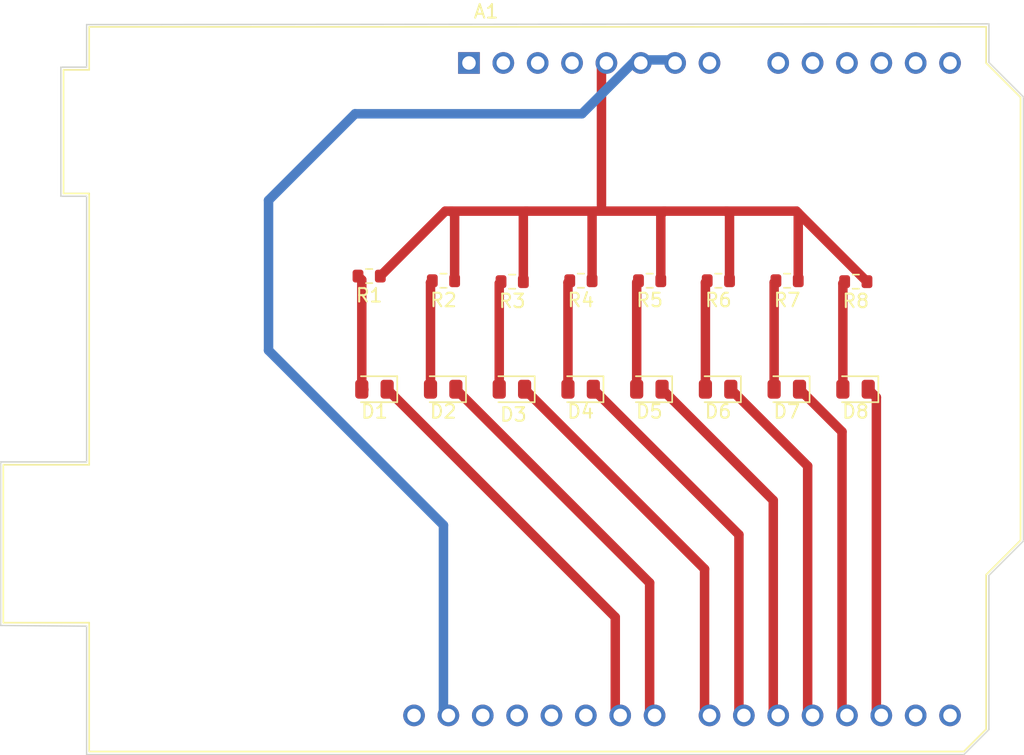
<source format=kicad_pcb>
(kicad_pcb (version 20221018) (generator pcbnew)
  (layers (0 "F.Cu" signal) (31 "B.Cu" signal) (34 "B.Paste" user) (35 "F.Paste" user) (36 "B.SilkS" user "B.Silkscreen") (37 "F.SilkS" user "F.Silkscreen") (38 "B.Mask" user) (39 "F.Mask" user) (44 "Edge.Cuts" user))
  (net 0 "")
  (net 5 "Net-(A1-+5V)")
  (net 6 "GND")
  (net 16 "Net-(A1-D2)")
  (net 17 "Net-(A1-D3)")
  (net 18 "Net-(A1-D4)")
  (net 19 "Net-(A1-D5)")
  (net 20 "Net-(A1-D6)")
  (net 21 "Net-(A1-D7)")
  (net 22 "Net-(A1-D8)")
  (net 23 "Net-(A1-D9)")
  (net 29 "Net-(D1-A)")
  (net 30 "Net-(D2-A)")
  (net 31 "Net-(D3-A)")
  (net 32 "Net-(D4-A)")
  (net 33 "Net-(D5-A)")
  (net 34 "Net-(D6-A)")
  (net 35 "Net-(D7-A)")
  (net 36 "Net-(D8-A)")
  (footprint "LED_SMD:LED_0805_2012Metric" (layer "F.Cu") (at 165.1 98.1225 180)
    (fp_text reference "D5" (at 0 -1.65) (layer "F.SilkS"))
    (fp_text value "LED")
    (fp_line (start -1.685 -0.96) (end -1.685 0.96) (stroke (width 0.12)) (layer "F.SilkS"))
    (fp_line (start -1.685 0.96) (end 1 0.96) (stroke (width 0.12)) (layer "F.SilkS"))
    (fp_line (start 1 -0.96) (end -1.685 -0.96) (stroke (width 0.12)) (layer "F.SilkS"))
    (pad "1" smd roundrect (at -0.9375 0 180) (size 0.975 1.4) (layers "F.Cu" "F.Paste" "F.Mask") (net 19 "Net-(A1-D5)"))
    (pad "2" smd roundrect (at 0.9375 0 180) (size 0.975 1.4) (layers "F.Cu" "F.Paste" "F.Mask") (net 33 "Net-(D5-A)"))
  )
  (footprint "Resistor_SMD:R_0603_1608Metric" (layer "F.Cu") (at 170.2 90.1 180)
    (fp_text reference "R6" (at 0 -1.43) (layer "F.SilkS"))
    (fp_text value "247R")
    (fp_line (start -0.237258 -0.5225) (end 0.237258 -0.5225) (stroke (width 0.12)) (layer "F.SilkS"))
    (fp_line (start -0.237258 0.5225) (end 0.237258 0.5225) (stroke (width 0.12)) (layer "F.SilkS"))
    (pad "1" smd roundrect (at -0.825 0 180) (size 0.8 0.95) (layers "F.Cu" "F.Paste" "F.Mask") (net 5 "Net-(A1-+5V)"))
    (pad "2" smd roundrect (at 0.825 0 180) (size 0.8 0.95) (layers "F.Cu" "F.Paste" "F.Mask") (net 34 "Net-(D6-A)"))
  )
  (footprint "LED_SMD:LED_0805_2012Metric" (layer "F.Cu") (at 144.78 98.1225 180)
    (fp_text reference "D1" (at 0 -1.65) (layer "F.SilkS"))
    (fp_text value "LED")
    (fp_line (start -1.685 -0.96) (end -1.685 0.96) (stroke (width 0.12)) (layer "F.SilkS"))
    (fp_line (start -1.685 0.96) (end 1 0.96) (stroke (width 0.12)) (layer "F.SilkS"))
    (fp_line (start 1 -0.96) (end -1.685 -0.96) (stroke (width 0.12)) (layer "F.SilkS"))
    (pad "1" smd roundrect (at -0.9375 0 180) (size 0.975 1.4) (layers "F.Cu" "F.Paste" "F.Mask") (net 23 "Net-(A1-D9)"))
    (pad "2" smd roundrect (at 0.9375 0 180) (size 0.975 1.4) (layers "F.Cu" "F.Paste" "F.Mask") (net 29 "Net-(D1-A)"))
  )
  (footprint "Resistor_SMD:R_0603_1608Metric" (layer "F.Cu") (at 175.28 90.1 180)
    (fp_text reference "R7" (at 0 -1.43) (layer "F.SilkS"))
    (fp_text value "247R")
    (fp_line (start -0.237258 -0.5225) (end 0.237258 -0.5225) (stroke (width 0.12)) (layer "F.SilkS"))
    (fp_line (start -0.237258 0.5225) (end 0.237258 0.5225) (stroke (width 0.12)) (layer "F.SilkS"))
    (pad "1" smd roundrect (at -0.825 0 180) (size 0.8 0.95) (layers "F.Cu" "F.Paste" "F.Mask") (net 5 "Net-(A1-+5V)"))
    (pad "2" smd roundrect (at 0.825 0 180) (size 0.8 0.95) (layers "F.Cu" "F.Paste" "F.Mask") (net 35 "Net-(D7-A)"))
  )
  (footprint "LED_SMD:LED_0805_2012Metric" (layer "F.Cu") (at 154.94 98.1225 180)
    (fp_text reference "D3" (at -0.11 -1.8775) (layer "F.SilkS"))
    (fp_text value "LED")
    (fp_line (start -1.685 -0.96) (end -1.685 0.96) (stroke (width 0.12)) (layer "F.SilkS"))
    (fp_line (start -1.685 0.96) (end 1 0.96) (stroke (width 0.12)) (layer "F.SilkS"))
    (fp_line (start 1 -0.96) (end -1.685 -0.96) (stroke (width 0.12)) (layer "F.SilkS"))
    (pad "1" smd roundrect (at -0.9375 0 180) (size 0.975 1.4) (layers "F.Cu" "F.Paste" "F.Mask") (net 21 "Net-(A1-D7)"))
    (pad "2" smd roundrect (at 0.9375 0 180) (size 0.975 1.4) (layers "F.Cu" "F.Paste" "F.Mask") (net 31 "Net-(D3-A)"))
  )
  (footprint "Resistor_SMD:R_0603_1608Metric" (layer "F.Cu") (at 149.88 90.1 180)
    (fp_text reference "R2" (at 0 -1.43) (layer "F.SilkS"))
    (fp_text value "247R")
    (fp_line (start -0.237258 -0.5225) (end 0.237258 -0.5225) (stroke (width 0.12)) (layer "F.SilkS"))
    (fp_line (start -0.237258 0.5225) (end 0.237258 0.5225) (stroke (width 0.12)) (layer "F.SilkS"))
    (pad "1" smd roundrect (at -0.825 0 180) (size 0.8 0.95) (layers "F.Cu" "F.Paste" "F.Mask") (net 5 "Net-(A1-+5V)"))
    (pad "2" smd roundrect (at 0.825 0 180) (size 0.8 0.95) (layers "F.Cu" "F.Paste" "F.Mask") (net 30 "Net-(D2-A)"))
  )
  (footprint "Resistor_SMD:R_0603_1608Metric" (layer "F.Cu") (at 180.36 90.1675 180)
    (fp_text reference "R8" (at 0 -1.43) (layer "F.SilkS"))
    (fp_text value "247R")
    (fp_line (start -0.237258 -0.5225) (end 0.237258 -0.5225) (stroke (width 0.12)) (layer "F.SilkS"))
    (fp_line (start -0.237258 0.5225) (end 0.237258 0.5225) (stroke (width 0.12)) (layer "F.SilkS"))
    (pad "1" smd roundrect (at -0.825 0 180) (size 0.8 0.95) (layers "F.Cu" "F.Paste" "F.Mask") (net 5 "Net-(A1-+5V)"))
    (pad "2" smd roundrect (at 0.825 0 180) (size 0.8 0.95) (layers "F.Cu" "F.Paste" "F.Mask") (net 36 "Net-(D8-A)"))
  )
  (footprint "Resistor_SMD:R_0603_1608Metric" (layer "F.Cu") (at 165.12 90.1 180)
    (fp_text reference "R5" (at 0 -1.43) (layer "F.SilkS"))
    (fp_text value "247R")
    (fp_line (start -0.237258 -0.5225) (end 0.237258 -0.5225) (stroke (width 0.12)) (layer "F.SilkS"))
    (fp_line (start -0.237258 0.5225) (end 0.237258 0.5225) (stroke (width 0.12)) (layer "F.SilkS"))
    (pad "1" smd roundrect (at -0.825 0 180) (size 0.8 0.95) (layers "F.Cu" "F.Paste" "F.Mask") (net 5 "Net-(A1-+5V)"))
    (pad "2" smd roundrect (at 0.825 0 180) (size 0.8 0.95) (layers "F.Cu" "F.Paste" "F.Mask") (net 33 "Net-(D5-A)"))
  )
  (footprint "LED_SMD:LED_0805_2012Metric" (layer "F.Cu") (at 170.18 98.1225 180)
    (fp_text reference "D6" (at 0 -1.65) (layer "F.SilkS"))
    (fp_text value "LED")
    (fp_line (start -1.685 -0.96) (end -1.685 0.96) (stroke (width 0.12)) (layer "F.SilkS"))
    (fp_line (start -1.685 0.96) (end 1 0.96) (stroke (width 0.12)) (layer "F.SilkS"))
    (fp_line (start 1 -0.96) (end -1.685 -0.96) (stroke (width 0.12)) (layer "F.SilkS"))
    (pad "1" smd roundrect (at -0.9375 0 180) (size 0.975 1.4) (layers "F.Cu" "F.Paste" "F.Mask") (net 18 "Net-(A1-D4)"))
    (pad "2" smd roundrect (at 0.9375 0 180) (size 0.975 1.4) (layers "F.Cu" "F.Paste" "F.Mask") (net 34 "Net-(D6-A)"))
  )
  (footprint "Resistor_SMD:R_0603_1608Metric" (layer "F.Cu") (at 160.04 90.1 180)
    (fp_text reference "R4" (at 0 -1.43) (layer "F.SilkS"))
    (fp_text value "247R")
    (fp_line (start -0.237258 -0.5225) (end 0.237258 -0.5225) (stroke (width 0.12)) (layer "F.SilkS"))
    (fp_line (start -0.237258 0.5225) (end 0.237258 0.5225) (stroke (width 0.12)) (layer "F.SilkS"))
    (pad "1" smd roundrect (at -0.825 0 180) (size 0.8 0.95) (layers "F.Cu" "F.Paste" "F.Mask") (net 5 "Net-(A1-+5V)"))
    (pad "2" smd roundrect (at 0.825 0 180) (size 0.8 0.95) (layers "F.Cu" "F.Paste" "F.Mask") (net 32 "Net-(D4-A)"))
  )
  (footprint "LED_SMD:LED_0805_2012Metric" (layer "F.Cu") (at 175.26 98.1225 180)
    (fp_text reference "D7" (at 0 -1.65) (layer "F.SilkS"))
    (fp_text value "LED")
    (fp_line (start -1.685 -0.96) (end -1.685 0.96) (stroke (width 0.12)) (layer "F.SilkS"))
    (fp_line (start -1.685 0.96) (end 1 0.96) (stroke (width 0.12)) (layer "F.SilkS"))
    (fp_line (start 1 -0.96) (end -1.685 -0.96) (stroke (width 0.12)) (layer "F.SilkS"))
    (pad "1" smd roundrect (at -0.9375 0 180) (size 0.975 1.4) (layers "F.Cu" "F.Paste" "F.Mask") (net 17 "Net-(A1-D3)"))
    (pad "2" smd roundrect (at 0.9375 0 180) (size 0.975 1.4) (layers "F.Cu" "F.Paste" "F.Mask") (net 35 "Net-(D7-A)"))
  )
  (footprint "LED_SMD:LED_0805_2012Metric" (layer "F.Cu") (at 160.02 98.1225 180)
    (fp_text reference "D4" (at 0 -1.65) (layer "F.SilkS"))
    (fp_text value "LED")
    (fp_line (start -1.685 -0.96) (end -1.685 0.96) (stroke (width 0.12)) (layer "F.SilkS"))
    (fp_line (start -1.685 0.96) (end 1 0.96) (stroke (width 0.12)) (layer "F.SilkS"))
    (fp_line (start 1 -0.96) (end -1.685 -0.96) (stroke (width 0.12)) (layer "F.SilkS"))
    (pad "1" smd roundrect (at -0.9375 0 180) (size 0.975 1.4) (layers "F.Cu" "F.Paste" "F.Mask") (net 20 "Net-(A1-D6)"))
    (pad "2" smd roundrect (at 0.9375 0 180) (size 0.975 1.4) (layers "F.Cu" "F.Paste" "F.Mask") (net 32 "Net-(D4-A)"))
  )
  (footprint "Resistor_SMD:R_0603_1608Metric" (layer "F.Cu") (at 144.3875 89.755 180)
    (fp_text reference "R1" (at 0 -1.43) (layer "F.SilkS"))
    (fp_text value "247R")
    (fp_line (start -0.237258 -0.5225) (end 0.237258 -0.5225) (stroke (width 0.12)) (layer "F.SilkS"))
    (fp_line (start -0.237258 0.5225) (end 0.237258 0.5225) (stroke (width 0.12)) (layer "F.SilkS"))
    (pad "1" smd roundrect (at -0.825 0 180) (size 0.8 0.95) (layers "F.Cu" "F.Paste" "F.Mask") (net 5 "Net-(A1-+5V)"))
    (pad "2" smd roundrect (at 0.825 0 180) (size 0.8 0.95) (layers "F.Cu" "F.Paste" "F.Mask") (net 29 "Net-(D1-A)"))
  )
  (footprint "LED_SMD:LED_0805_2012Metric" (layer "F.Cu") (at 149.86 98.1225 180)
    (fp_text reference "D2" (at 0 -1.65) (layer "F.SilkS"))
    (fp_text value "LED")
    (fp_line (start -1.685 -0.96) (end -1.685 0.96) (stroke (width 0.12)) (layer "F.SilkS"))
    (fp_line (start -1.685 0.96) (end 1 0.96) (stroke (width 0.12)) (layer "F.SilkS"))
    (fp_line (start 1 -0.96) (end -1.685 -0.96) (stroke (width 0.12)) (layer "F.SilkS"))
    (pad "1" smd roundrect (at -0.9375 0 180) (size 0.975 1.4) (layers "F.Cu" "F.Paste" "F.Mask") (net 22 "Net-(A1-D8)"))
    (pad "2" smd roundrect (at 0.9375 0 180) (size 0.975 1.4) (layers "F.Cu" "F.Paste" "F.Mask") (net 30 "Net-(D2-A)"))
  )
  (footprint "Resistor_SMD:R_0603_1608Metric" (layer "F.Cu") (at 154.96 90.1675 180)
    (fp_text reference "R3" (at 0 -1.43) (layer "F.SilkS"))
    (fp_text value "247R")
    (fp_line (start -0.237258 -0.5225) (end 0.237258 -0.5225) (stroke (width 0.12)) (layer "F.SilkS"))
    (fp_line (start -0.237258 0.5225) (end 0.237258 0.5225) (stroke (width 0.12)) (layer "F.SilkS"))
    (pad "1" smd roundrect (at -0.825 0 180) (size 0.8 0.95) (layers "F.Cu" "F.Paste" "F.Mask") (net 5 "Net-(A1-+5V)"))
    (pad "2" smd roundrect (at 0.825 0 180) (size 0.8 0.95) (layers "F.Cu" "F.Paste" "F.Mask") (net 31 "Net-(D3-A)"))
  )
  (footprint "Module:Arduino_UNO_R2" (layer "F.Cu") (at 151.765 73.9925)
    (fp_text reference "A1" (at 1.27 -3.81 180) (layer "F.SilkS"))
    (fp_text value "Arduino_UNO_R2" hide)
    (fp_line (start -34.42 29.72) (end -34.42 41.4) (stroke (width 0.12)) (layer "F.SilkS"))
    (fp_line (start -34.42 41.4) (end -28.07 41.4) (stroke (width 0.12)) (layer "F.SilkS"))
    (fp_line (start -29.97 0.51) (end -29.97 9.65) (stroke (width 0.12)) (layer "F.SilkS"))
    (fp_line (start -29.97 9.65) (end -28.07 9.65) (stroke (width 0.12)) (layer "F.SilkS"))
    (fp_line (start -28.07 -2.67) (end -28.07 0.51) (stroke (width 0.12)) (layer "F.SilkS"))
    (fp_line (start -28.07 0.51) (end -29.97 0.51) (stroke (width 0.12)) (layer "F.SilkS"))
    (fp_line (start -28.07 9.65) (end -28.07 29.72) (stroke (width 0.12)) (layer "F.SilkS"))
    (fp_line (start -28.07 29.72) (end -34.42 29.72) (stroke (width 0.12)) (layer "F.SilkS"))
    (fp_line (start -28.07 41.4) (end -28.07 50.93) (stroke (width 0.12)) (layer "F.SilkS"))
    (fp_line (start -28.07 50.93) (end 36.58 50.93) (stroke (width 0.12)) (layer "F.SilkS"))
    (fp_line (start 36.58 50.93) (end 38.23 49.28) (stroke (width 0.12)) (layer "F.SilkS"))
    (fp_line (start 38.23 -2.67) (end -28.07 -2.67) (stroke (width 0.12)) (layer "F.SilkS"))
    (fp_line (start 38.23 0) (end 38.23 -2.67) (stroke (width 0.12)) (layer "F.SilkS"))
    (fp_line (start 38.23 37.85) (end 40.77 35.31) (stroke (width 0.12)) (layer "F.SilkS"))
    (fp_line (start 38.23 49.28) (end 38.23 37.85) (stroke (width 0.12)) (layer "F.SilkS"))
    (fp_line (start 40.77 2.54) (end 38.23 0) (stroke (width 0.12)) (layer "F.SilkS"))
    (fp_line (start 40.77 35.31) (end 40.77 2.54) (stroke (width 0.12)) (layer "F.SilkS"))
    (pad "1" thru_hole rect (at 0 0 90) (size 1.6 1.6) (drill 1) (layers "*.Cu" "*.Mask"))
    (pad "2" thru_hole oval (at 2.54 0 90) (size 1.6 1.6) (drill 1) (layers "*.Cu" "*.Mask"))
    (pad "3" thru_hole oval (at 5.08 0 90) (size 1.6 1.6) (drill 1) (layers "*.Cu" "*.Mask"))
    (pad "4" thru_hole oval (at 7.62 0 90) (size 1.6 1.6) (drill 1) (layers "*.Cu" "*.Mask"))
    (pad "5" thru_hole oval (at 10.16 0 90) (size 1.6 1.6) (drill 1) (layers "*.Cu" "*.Mask") (net 5 "Net-(A1-+5V)"))
    (pad "6" thru_hole oval (at 12.7 0 90) (size 1.6 1.6) (drill 1) (layers "*.Cu" "*.Mask") (net 6 "GND"))
    (pad "7" thru_hole oval (at 15.24 0 90) (size 1.6 1.6) (drill 1) (layers "*.Cu" "*.Mask") (net 6 "GND"))
    (pad "8" thru_hole oval (at 17.78 0 90) (size 1.6 1.6) (drill 1) (layers "*.Cu" "*.Mask"))
    (pad "9" thru_hole oval (at 22.86 0 90) (size 1.6 1.6) (drill 1) (layers "*.Cu" "*.Mask"))
    (pad "10" thru_hole oval (at 25.4 0 90) (size 1.6 1.6) (drill 1) (layers "*.Cu" "*.Mask"))
    (pad "11" thru_hole oval (at 27.94 0 90) (size 1.6 1.6) (drill 1) (layers "*.Cu" "*.Mask"))
    (pad "12" thru_hole oval (at 30.48 0 90) (size 1.6 1.6) (drill 1) (layers "*.Cu" "*.Mask"))
    (pad "13" thru_hole oval (at 33.02 0 90) (size 1.6 1.6) (drill 1) (layers "*.Cu" "*.Mask"))
    (pad "14" thru_hole oval (at 35.56 0 90) (size 1.6 1.6) (drill 1) (layers "*.Cu" "*.Mask"))
    (pad "15" thru_hole oval (at 35.56 48.26 90) (size 1.6 1.6) (drill 1) (layers "*.Cu" "*.Mask"))
    (pad "16" thru_hole oval (at 33.02 48.26 90) (size 1.6 1.6) (drill 1) (layers "*.Cu" "*.Mask"))
    (pad "17" thru_hole oval (at 30.48 48.26 90) (size 1.6 1.6) (drill 1) (layers "*.Cu" "*.Mask") (net 16 "Net-(A1-D2)"))
    (pad "18" thru_hole oval (at 27.94 48.26 90) (size 1.6 1.6) (drill 1) (layers "*.Cu" "*.Mask") (net 17 "Net-(A1-D3)"))
    (pad "19" thru_hole oval (at 25.4 48.26 90) (size 1.6 1.6) (drill 1) (layers "*.Cu" "*.Mask") (net 18 "Net-(A1-D4)"))
    (pad "20" thru_hole oval (at 22.86 48.26 90) (size 1.6 1.6) (drill 1) (layers "*.Cu" "*.Mask") (net 19 "Net-(A1-D5)"))
    (pad "21" thru_hole oval (at 20.32 48.26 90) (size 1.6 1.6) (drill 1) (layers "*.Cu" "*.Mask") (net 20 "Net-(A1-D6)"))
    (pad "22" thru_hole oval (at 17.78 48.26 90) (size 1.6 1.6) (drill 1) (layers "*.Cu" "*.Mask") (net 21 "Net-(A1-D7)"))
    (pad "23" thru_hole oval (at 13.72 48.26 90) (size 1.6 1.6) (drill 1) (layers "*.Cu" "*.Mask") (net 22 "Net-(A1-D8)"))
    (pad "24" thru_hole oval (at 11.18 48.26 90) (size 1.6 1.6) (drill 1) (layers "*.Cu" "*.Mask") (net 23 "Net-(A1-D9)"))
    (pad "25" thru_hole oval (at 8.64 48.26 90) (size 1.6 1.6) (drill 1) (layers "*.Cu" "*.Mask"))
    (pad "26" thru_hole oval (at 6.1 48.26 90) (size 1.6 1.6) (drill 1) (layers "*.Cu" "*.Mask"))
    (pad "27" thru_hole oval (at 3.56 48.26 90) (size 1.6 1.6) (drill 1) (layers "*.Cu" "*.Mask"))
    (pad "28" thru_hole oval (at 1.02 48.26 90) (size 1.6 1.6) (drill 1) (layers "*.Cu" "*.Mask"))
    (pad "29" thru_hole oval (at -1.52 48.26 90) (size 1.6 1.6) (drill 1) (layers "*.Cu" "*.Mask") (net 6 "GND"))
    (pad "30" thru_hole oval (at -4.06 48.26 90) (size 1.6 1.6) (drill 1) (layers "*.Cu" "*.Mask"))
  )
  (footprint "LED_SMD:LED_0805_2012Metric" (layer "F.Cu") (at 180.34 98.1225 180)
    (fp_text reference "D8" (at 0 -1.65) (layer "F.SilkS"))
    (fp_text value "LED")
    (fp_line (start -1.685 -0.96) (end -1.685 0.96) (stroke (width 0.12)) (layer "F.SilkS"))
    (fp_line (start -1.685 0.96) (end 1 0.96) (stroke (width 0.12)) (layer "F.SilkS"))
    (fp_line (start 1 -0.96) (end -1.685 -0.96) (stroke (width 0.12)) (layer "F.SilkS"))
    (pad "1" smd roundrect (at -0.9375 0 180) (size 0.975 1.4) (layers "F.Cu" "F.Paste" "F.Mask") (net 16 "Net-(A1-D2)"))
    (pad "2" smd roundrect (at 0.9375 0 180) (size 0.975 1.4) (layers "F.Cu" "F.Paste" "F.Mask") (net 36 "Net-(D8-A)"))
  )
  (gr_line (start 117.15 103.55) (end 117.15 103.5) (stroke (width 0.1)) (layer "Edge.Cuts"))
  (gr_line (start 190.2 71.1) (end 190.2 71.25) (stroke (width 0.1)) (layer "Edge.Cuts"))
  (gr_line (start 123.5 125.15) (end 123.5 115.65) (stroke (width 0.1)) (layer "Edge.Cuts"))
  (gr_line (start 190.2 71.25) (end 190.2 73.95) (stroke (width 0.1)) (layer "Edge.Cuts"))
  (gr_line (start 121.6 83.85) (end 121.6 74.3) (stroke (width 0.1)) (layer "Edge.Cuts"))
  (gr_line (start 190.2 123.25) (end 190.2 123.3) (stroke (width 0.1)) (layer "Edge.Cuts"))
  (gr_line (start 192.75 109.35) (end 190.2 111.9) (stroke (width 0.1)) (layer "Edge.Cuts"))
  (gr_line (start 123.5 71.15) (end 190.2 71.1) (stroke (width 0.1)) (layer "Edge.Cuts"))
  (gr_line (start 121.6 74.3) (end 123.5 74.3) (stroke (width 0.1)) (layer "Edge.Cuts"))
  (gr_line (start 192.75 76.5) (end 192.75 109.35) (stroke (width 0.1)) (layer "Edge.Cuts"))
  (gr_line (start 190.2 73.95) (end 192.75 76.5) (stroke (width 0.1)) (layer "Edge.Cuts"))
  (gr_line (start 123.5 103.5) (end 123.5 83.85) (stroke (width 0.1)) (layer "Edge.Cuts"))
  (gr_line (start 117.15 103.5) (end 123.5 103.5) (stroke (width 0.1)) (layer "Edge.Cuts"))
  (gr_line (start 190.2 111.9) (end 190.2 123.25) (stroke (width 0.1)) (layer "Edge.Cuts"))
  (gr_line (start 123.5 115.65) (end 117.15 115.6) (stroke (width 0.1)) (layer "Edge.Cuts"))
  (gr_line (start 123.5 74.3) (end 123.5 71.15) (stroke (width 0.1)) (layer "Edge.Cuts"))
  (gr_line (start 117.15 115.6) (end 117.15 103.55) (stroke (width 0.1)) (layer "Edge.Cuts"))
  (gr_line (start 123.5 83.85) (end 121.6 83.85) (stroke (width 0.1)) (layer "Edge.Cuts"))
  (gr_line (start 190.2 123.3) (end 188.35 125.15) (stroke (width 0.1)) (layer "Edge.Cuts"))
  (gr_line (start 188.35 125.15) (end 123.5 125.15) (stroke (width 0.1)) (layer "Edge.Cuts"))
  (segment (start 165.945 90.1) (end 165.945 85.205) (width 0.7) (layer "F.Cu") (net 5))
  (segment (start 160.865 85.135) (end 161.05 84.95) (width 0.7) (layer "F.Cu") (net 5))
  (segment (start 176.105 90.1) (end 176.105 85.0875) (width 0.7) (layer "F.Cu") (net 5))
  (segment (start 161.55 84.95) (end 166.2 84.95) (width 0.7) (layer "F.Cu") (net 5))
  (segment (start 166.2 84.95) (end 170.8 84.95) (width 0.7) (layer "F.Cu") (net 5))
  (segment (start 161.56 73.7675) (end 161.56 84.94) (width 0.7) (layer "F.Cu") (net 5))
  (segment (start 176.105 85.0875) (end 175.9675 84.95) (width 0.7) (layer "F.Cu") (net 5))
  (segment (start 150.45 84.95) (end 156 84.95) (width 0.7) (layer "F.Cu") (net 5))
  (segment (start 155.785 85.165) (end 156 84.95) (width 0.7) (layer "F.Cu") (net 5))
  (segment (start 150.705 90.1) (end 150.705 85.205) (width 0.7) (layer "F.Cu") (net 5))
  (segment (start 156 84.95) (end 161.05 84.95) (width 0.7) (layer "F.Cu") (net 5))
  (segment (start 145.2125 89.755) (end 150.0175 84.95) (width 0.7) (layer "F.Cu") (net 5))
  (segment (start 150.705 85.205) (end 150.45 84.95) (width 0.7) (layer "F.Cu") (net 5))
  (segment (start 165.945 85.205) (end 166.2 84.95) (width 0.7) (layer "F.Cu") (net 5))
  (segment (start 171.025 90.1) (end 171.025 85.175) (width 0.7) (layer "F.Cu") (net 5))
  (segment (start 150.0175 84.95) (end 150.45 84.95) (width 0.7) (layer "F.Cu") (net 5))
  (segment (start 160.865 90.1) (end 160.865 85.135) (width 0.7) (layer "F.Cu") (net 5))
  (segment (start 175.9675 84.95) (end 181.185 90.1675) (width 0.7) (layer "F.Cu") (net 5))
  (segment (start 161.56 84.94) (end 161.55 84.95) (width 0.7) (layer "F.Cu") (net 5))
  (segment (start 171.025 85.175) (end 170.8 84.95) (width 0.7) (layer "F.Cu") (net 5))
  (segment (start 170.8 84.95) (end 175.9675 84.95) (width 0.7) (layer "F.Cu") (net 5))
  (segment (start 155.785 90.1675) (end 155.785 85.165) (width 0.7) (layer "F.Cu") (net 5))
  (segment (start 161.05 84.95) (end 161.55 84.95) (width 0.7) (layer "F.Cu") (net 5))
  (segment (start 136.95 95.25) (end 136.95 84.15) (width 0.7) (layer "B.Cu") (net 6))
  (segment (start 164.1 73.7675) (end 166.64 73.7675) (width 0.7) (layer "B.Cu") (net 6))
  (segment (start 160.1175 77.75) (end 164.1 73.7675) (width 0.7) (layer "B.Cu") (net 6))
  (segment (start 149.88 108.18) (end 136.95 95.25) (width 0.7) (layer "B.Cu") (net 6))
  (segment (start 149.88 122.0275) (end 149.88 108.18) (width 0.7) (layer "B.Cu") (net 6))
  (segment (start 143.35 77.75) (end 160.1175 77.75) (width 0.7) (layer "B.Cu") (net 6))
  (segment (start 136.95 84.15) (end 143.35 77.75) (width 0.7) (layer "B.Cu") (net 6))
  (segment (start 181.88 98.725) (end 181.2775 98.1225) (width 0.7) (layer "F.Cu") (net 16))
  (segment (start 181.88 122.0275) (end 181.88 98.725) (width 0.7) (layer "F.Cu") (net 16))
  (segment (start 179.34 101.265) (end 176.1975 98.1225) (width 0.7) (layer "F.Cu") (net 17))
  (segment (start 179.34 122.0275) (end 179.34 101.265) (width 0.7) (layer "F.Cu") (net 17))
  (segment (start 176.8 122.0275) (end 176.8 103.805) (width 0.7) (layer "F.Cu") (net 18))
  (segment (start 176.8 103.805) (end 171.1175 98.1225) (width 0.7) (layer "F.Cu") (net 18))
  (segment (start 174.26 106.345) (end 166.0375 98.1225) (width 0.7) (layer "F.Cu") (net 19))
  (segment (start 174.26 122.0275) (end 174.26 106.345) (width 0.7) (layer "F.Cu") (net 19))
  (segment (start 171.72 122.0275) (end 171.72 108.885) (width 0.7) (layer "F.Cu") (net 20))
  (segment (start 171.72 108.885) (end 160.9575 98.1225) (width 0.7) (layer "F.Cu") (net 20))
  (segment (start 169.18 122.0275) (end 169.18 111.425) (width 0.7) (layer "F.Cu") (net 21))
  (segment (start 169.18 111.425) (end 155.8775 98.1225) (width 0.7) (layer "F.Cu") (net 21))
  (segment (start 165.12 122.0275) (end 165.12 112.445) (width 0.7) (layer "F.Cu") (net 22))
  (segment (start 165.12 112.445) (end 150.7975 98.1225) (width 0.7) (layer "F.Cu") (net 22))
  (segment (start 162.58 122.0275) (end 162.58 114.985) (width 0.7) (layer "F.Cu") (net 23))
  (segment (start 162.58 114.985) (end 145.7175 98.1225) (width 0.7) (layer "F.Cu") (net 23))
  (segment (start 143.8425 98.1225) (end 143.8425 90.035) (width 0.7) (layer "F.Cu") (net 29))
  (segment (start 143.8425 90.035) (end 143.5625 89.755) (width 0.7) (layer "F.Cu") (net 29))
  (segment (start 143.8425 98.1225) (end 143.9725 98.1225) (width 0.7) (layer "F.Cu") (net 29))
  (segment (start 143.9725 98.1225) (end 144 98.15) (width 0.7) (layer "F.Cu") (net 29))
  (segment (start 148.9225 98.1225) (end 148.9225 90.2325) (width 0.7) (layer "F.Cu") (net 30))
  (segment (start 148.9225 90.2325) (end 149.055 90.1) (width 0.7) (layer "F.Cu") (net 30))
  (segment (start 154.0025 90.3) (end 154.135 90.1675) (width 0.7) (layer "F.Cu") (net 31))
  (segment (start 154.0025 98.1225) (end 154.0025 90.3) (width 0.7) (layer "F.Cu") (net 31))
  (segment (start 159.0825 90.2325) (end 159.215 90.1) (width 0.7) (layer "F.Cu") (net 32))
  (segment (start 159.0825 98.1225) (end 159.0825 90.2325) (width 0.7) (layer "F.Cu") (net 32))
  (segment (start 164.1625 90.2325) (end 164.295 90.1) (width 0.7) (layer "F.Cu") (net 33))
  (segment (start 164.1625 98.1225) (end 164.1625 90.2325) (width 0.7) (layer "F.Cu") (net 33))
  (segment (start 169.2425 90.2325) (end 169.375 90.1) (width 0.7) (layer "F.Cu") (net 34))
  (segment (start 169.2425 98.1225) (end 169.2425 90.2325) (width 0.7) (layer "F.Cu") (net 34))
  (segment (start 174.3225 90.2325) (end 174.455 90.1) (width 0.7) (layer "F.Cu") (net 35))
  (segment (start 174.3225 98.1225) (end 174.3225 90.2325) (width 0.7) (layer "F.Cu") (net 35))
  (segment (start 179.4025 98.1225) (end 179.4025 90.3) (width 0.7) (layer "F.Cu") (net 36))
  (segment (start 179.4025 90.3) (end 179.535 90.1675) (width 0.7) (layer "F.Cu") (net 36))
)
</source>
